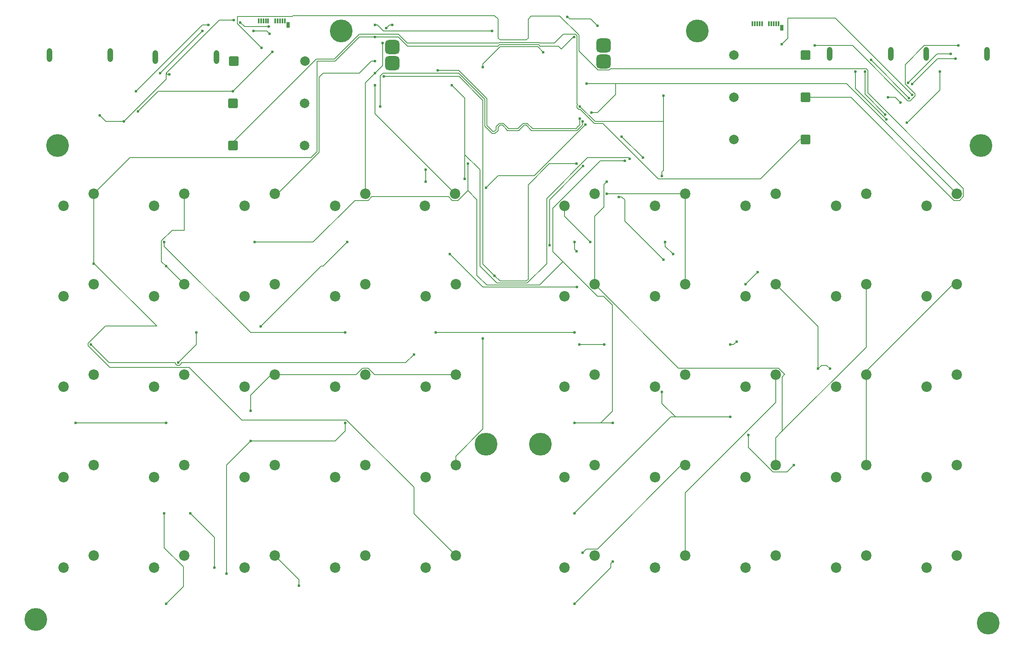
<source format=gbr>
%TF.GenerationSoftware,KiCad,Pcbnew,9.0.2*%
%TF.CreationDate,2025-10-08T19:34:12-05:00*%
%TF.ProjectId,keeb,6b656562-2e6b-4696-9361-645f70636258,rev?*%
%TF.SameCoordinates,Original*%
%TF.FileFunction,Copper,L2,Bot*%
%TF.FilePolarity,Positive*%
%FSLAX46Y46*%
G04 Gerber Fmt 4.6, Leading zero omitted, Abs format (unit mm)*
G04 Created by KiCad (PCBNEW 9.0.2) date 2025-10-08 19:34:12*
%MOMM*%
%LPD*%
G01*
G04 APERTURE LIST*
G04 Aperture macros list*
%AMRoundRect*
0 Rectangle with rounded corners*
0 $1 Rounding radius*
0 $2 $3 $4 $5 $6 $7 $8 $9 X,Y pos of 4 corners*
0 Add a 4 corners polygon primitive as box body*
4,1,4,$2,$3,$4,$5,$6,$7,$8,$9,$2,$3,0*
0 Add four circle primitives for the rounded corners*
1,1,$1+$1,$2,$3*
1,1,$1+$1,$4,$5*
1,1,$1+$1,$6,$7*
1,1,$1+$1,$8,$9*
0 Add four rect primitives between the rounded corners*
20,1,$1+$1,$2,$3,$4,$5,0*
20,1,$1+$1,$4,$5,$6,$7,0*
20,1,$1+$1,$6,$7,$8,$9,0*
20,1,$1+$1,$8,$9,$2,$3,0*%
G04 Aperture macros list end*
%TA.AperFunction,ComponentPad*%
%ADD10C,2.200000*%
%TD*%
%TA.AperFunction,ComponentPad*%
%ADD11C,4.800000*%
%TD*%
%TA.AperFunction,HeatsinkPad*%
%ADD12O,1.200000X2.900000*%
%TD*%
%TA.AperFunction,ComponentPad*%
%ADD13RoundRect,0.250000X0.750000X0.750000X-0.750000X0.750000X-0.750000X-0.750000X0.750000X-0.750000X0*%
%TD*%
%TA.AperFunction,ComponentPad*%
%ADD14C,2.000000*%
%TD*%
%TA.AperFunction,ComponentPad*%
%ADD15RoundRect,0.250000X-0.750000X-0.750000X0.750000X-0.750000X0.750000X0.750000X-0.750000X0.750000X0*%
%TD*%
%TA.AperFunction,ComponentPad*%
%ADD16RoundRect,0.750000X0.750000X0.750000X-0.750000X0.750000X-0.750000X-0.750000X0.750000X-0.750000X0*%
%TD*%
%TA.AperFunction,SMDPad,CuDef*%
%ADD17R,0.380000X1.000000*%
%TD*%
%TA.AperFunction,SMDPad,CuDef*%
%ADD18R,0.700000X1.150000*%
%TD*%
%TA.AperFunction,ViaPad*%
%ADD19C,0.600000*%
%TD*%
%TA.AperFunction,Conductor*%
%ADD20C,0.200000*%
%TD*%
G04 APERTURE END LIST*
D10*
%TO.P,SW43,1,1*%
%TO.N,col4*%
X232410000Y-86360000D03*
%TO.P,SW43,2,2*%
%TO.N,Net-(D43-A)*%
X226060000Y-88900000D03*
%TD*%
%TO.P,SW17,1,1*%
%TO.N,col1*%
X175260000Y-124460000D03*
%TO.P,SW17,2,2*%
%TO.N,Net-(D17-A)*%
X168910000Y-127000000D03*
%TD*%
%TO.P,SW28,1,1*%
%TO.N,col3*%
X88900000Y-124460000D03*
%TO.P,SW28,2,2*%
%TO.N,Net-(D28-A)*%
X82550000Y-127000000D03*
%TD*%
%TO.P,SW33,1,1*%
%TO.N,col3*%
X213360000Y-86360000D03*
%TO.P,SW33,2,2*%
%TO.N,Net-(D33-A)*%
X207010000Y-88900000D03*
%TD*%
%TO.P,SW46,1,1*%
%TO.N,col2*%
X127000000Y-105410000D03*
%TO.P,SW46,2,2*%
%TO.N,Net-(D46-A)*%
X120650000Y-107950000D03*
%TD*%
%TO.P,SW2,1,1*%
%TO.N,col0*%
X50800000Y-67310000D03*
%TO.P,SW2,2,2*%
%TO.N,Net-(D2-A)*%
X44450000Y-69850000D03*
%TD*%
%TO.P,SW36,1,1*%
%TO.N,col4*%
X107950000Y-105410000D03*
%TO.P,SW36,2,2*%
%TO.N,Net-(D36-A)*%
X101600000Y-107950000D03*
%TD*%
%TO.P,SW13,1,1*%
%TO.N,col1*%
X175260000Y-86360000D03*
%TO.P,SW13,2,2*%
%TO.N,Net-(D13-A)*%
X168910000Y-88900000D03*
%TD*%
D11*
%TO.P,H2,1*%
%TO.N,N/C*%
X102870000Y-33020000D03*
%TD*%
D12*
%TO.P,J2,5,Shield*%
%TO.N,unconnected-(J2-Shield-Pad5)*%
X54300000Y-38100000D03*
%TO.N,unconnected-(J2-Shield-Pad5)_1*%
X41500000Y-38100000D03*
%TD*%
D11*
%TO.P,H3,1*%
%TO.N,N/C*%
X237490000Y-57150000D03*
%TD*%
D13*
%TO.P,C3,1*%
%TO.N,downVbus0*%
X200540000Y-46990000D03*
D14*
%TO.P,C3,2*%
%TO.N,GND*%
X185540000Y-46990000D03*
%TD*%
D11*
%TO.P,H8,1*%
%TO.N,N/C*%
X38608000Y-156972000D03*
%TD*%
D10*
%TO.P,SW44,1,1*%
%TO.N,col4*%
X127000000Y-86360000D03*
%TO.P,SW44,2,2*%
%TO.N,Net-(D44-A)*%
X120650000Y-88900000D03*
%TD*%
%TO.P,SW47,1,1*%
%TO.N,col1*%
X232410000Y-124460000D03*
%TO.P,SW47,2,2*%
%TO.N,Net-(D47-A)*%
X226060000Y-127000000D03*
%TD*%
D11*
%TO.P,H1,1*%
%TO.N,N/C*%
X177800000Y-33020000D03*
%TD*%
D10*
%TO.P,SW18,1,1*%
%TO.N,col1*%
X69850000Y-124460000D03*
%TO.P,SW18,2,2*%
%TO.N,Net-(D18-A)*%
X63500000Y-127000000D03*
%TD*%
%TO.P,SW32,1,1*%
%TO.N,col3*%
X107950000Y-67310000D03*
%TO.P,SW32,2,2*%
%TO.N,Net-(D32-A)*%
X101600000Y-69850000D03*
%TD*%
D15*
%TO.P,C2,1*%
%TO.N,Net-(U4-VBUS_DET)*%
X80130000Y-48260000D03*
D14*
%TO.P,C2,2*%
%TO.N,GND*%
X95130000Y-48260000D03*
%TD*%
D10*
%TO.P,SW5,1,1*%
%TO.N,col0*%
X156210000Y-105410000D03*
%TO.P,SW5,2,2*%
%TO.N,Net-(D5-A)*%
X149860000Y-107950000D03*
%TD*%
%TO.P,SW26,1,1*%
%TO.N,col2*%
X88900000Y-105410000D03*
%TO.P,SW26,2,2*%
%TO.N,Net-(D26-A)*%
X82550000Y-107950000D03*
%TD*%
D11*
%TO.P,H7,1*%
%TO.N,N/C*%
X144780000Y-120015000D03*
%TD*%
D10*
%TO.P,SW37,1,1*%
%TO.N,col4*%
X213360000Y-124460000D03*
%TO.P,SW37,2,2*%
%TO.N,Net-(D37-A)*%
X207010000Y-127000000D03*
%TD*%
D16*
%TO.P,U1,15,BAT*%
%TO.N,/left/vbat*%
X158115000Y-39448500D03*
%TO.P,U1,16,GND*%
%TO.N,GND*%
X158115000Y-36048500D03*
%TD*%
D10*
%TO.P,SW50,1,1*%
%TO.N,col0*%
X127000000Y-143510000D03*
%TO.P,SW50,2,2*%
%TO.N,Net-(D50-A)*%
X120650000Y-146050000D03*
%TD*%
D11*
%TO.P,H5,1*%
%TO.N,N/C*%
X239014000Y-157734000D03*
%TD*%
D10*
%TO.P,SW20,1,1*%
%TO.N,col2*%
X69850000Y-143510000D03*
%TO.P,SW20,2,2*%
%TO.N,Net-(D20-A)*%
X63500000Y-146050000D03*
%TD*%
%TO.P,SW3,1,1*%
%TO.N,col3*%
X156210000Y-86360000D03*
%TO.P,SW3,2,2*%
%TO.N,Net-(D3-A)*%
X149860000Y-88900000D03*
%TD*%
D13*
%TO.P,C5,1*%
%TO.N,downVbus1*%
X200540000Y-55880000D03*
D14*
%TO.P,C5,2*%
%TO.N,GND*%
X185540000Y-55880000D03*
%TD*%
D10*
%TO.P,SW31,1,1*%
%TO.N,col3*%
X213360000Y-67310000D03*
%TO.P,SW31,2,2*%
%TO.N,Net-(D31-A)*%
X207010000Y-69850000D03*
%TD*%
%TO.P,SW11,1,1*%
%TO.N,col1*%
X175260000Y-67310000D03*
%TO.P,SW11,2,2*%
%TO.N,Net-(D11-A)*%
X168910000Y-69850000D03*
%TD*%
%TO.P,SW38,1,1*%
%TO.N,col4*%
X107950000Y-124460000D03*
%TO.P,SW38,2,2*%
%TO.N,Net-(D38-A)*%
X101600000Y-127000000D03*
%TD*%
D13*
%TO.P,C1,1*%
%TO.N,Net-(U3-VBUS_DET)*%
X200540000Y-38100000D03*
D14*
%TO.P,C1,2*%
%TO.N,GND*%
X185540000Y-38100000D03*
%TD*%
D10*
%TO.P,SW35,1,1*%
%TO.N,col4*%
X213360000Y-105410000D03*
%TO.P,SW35,2,2*%
%TO.N,Net-(D35-A)*%
X207010000Y-107950000D03*
%TD*%
D16*
%TO.P,U2,15,BAT*%
%TO.N,/right/vbat*%
X113610000Y-39770000D03*
%TO.P,U2,16,GND*%
%TO.N,GND*%
X113610000Y-36370000D03*
%TD*%
D10*
%TO.P,SW10,1,1*%
%TO.N,col0*%
X50800000Y-143510000D03*
%TO.P,SW10,2,2*%
%TO.N,Net-(D10-A)*%
X44450000Y-146050000D03*
%TD*%
%TO.P,SW4,1,1*%
%TO.N,col3*%
X50800000Y-86360000D03*
%TO.P,SW4,2,2*%
%TO.N,Net-(D4-A)*%
X44450000Y-88900000D03*
%TD*%
%TO.P,SW48,1,1*%
%TO.N,col1*%
X127000000Y-124460000D03*
%TO.P,SW48,2,2*%
%TO.N,Net-(D48-A)*%
X120650000Y-127000000D03*
%TD*%
D11*
%TO.P,H6,1*%
%TO.N,N/C*%
X133350000Y-120015000D03*
%TD*%
D10*
%TO.P,SW9,1,1*%
%TO.N,col0*%
X156210000Y-143510000D03*
%TO.P,SW9,2,2*%
%TO.N,Net-(D9-A)*%
X149860000Y-146050000D03*
%TD*%
%TO.P,SW29,1,1*%
%TO.N,col3*%
X194310000Y-143510000D03*
%TO.P,SW29,2,2*%
%TO.N,Net-(D29-A)*%
X187960000Y-146050000D03*
%TD*%
D15*
%TO.P,C4,1*%
%TO.N,downVbus0*%
X80250000Y-39370000D03*
D14*
%TO.P,C4,2*%
%TO.N,GND*%
X95250000Y-39370000D03*
%TD*%
D10*
%TO.P,SW27,1,1*%
%TO.N,col3*%
X194310000Y-124460000D03*
%TO.P,SW27,2,2*%
%TO.N,Net-(D27-A)*%
X187960000Y-127000000D03*
%TD*%
D17*
%TO.P,P2,B1,GND*%
%TO.N,GND*%
X91006000Y-30910000D03*
%TO.P,P2,B2*%
%TO.N,N/C*%
X90506000Y-30910000D03*
%TO.P,P2,B3*%
X90006000Y-30910000D03*
%TO.P,P2,B4,VBUS*%
%TO.N,Net-(U4-VBUS_DET)*%
X89506000Y-30910000D03*
%TO.P,P2,B5,VCONN*%
%TO.N,unconnected-(P2-VCONN-PadB5)*%
X89006000Y-30910000D03*
%TO.P,P2,B8*%
%TO.N,N/C*%
X87506000Y-30910000D03*
%TO.P,P2,B9,VBUS*%
%TO.N,Net-(U4-VBUS_DET)*%
X87006000Y-30910000D03*
%TO.P,P2,B10*%
%TO.N,N/C*%
X86506000Y-30910000D03*
%TO.P,P2,B11*%
X86006000Y-30910000D03*
%TO.P,P2,B12,GND*%
%TO.N,GND*%
X85506000Y-30910000D03*
D18*
%TO.P,P2,S1,SHIELD*%
%TO.N,unconnected-(P2-SHIELD-PadS1)*%
X91676000Y-31750000D03*
%TD*%
D10*
%TO.P,SW8,1,1*%
%TO.N,col0*%
X50800000Y-124460000D03*
%TO.P,SW8,2,2*%
%TO.N,Net-(D8-A)*%
X44450000Y-127000000D03*
%TD*%
%TO.P,SW39,1,1*%
%TO.N,col4*%
X213360000Y-143510000D03*
%TO.P,SW39,2,2*%
%TO.N,Net-(D39-A)*%
X207010000Y-146050000D03*
%TD*%
%TO.P,SW24,1,1*%
%TO.N,col2*%
X88900000Y-86360000D03*
%TO.P,SW24,2,2*%
%TO.N,Net-(D24-A)*%
X82550000Y-88900000D03*
%TD*%
D12*
%TO.P,J3,5,Shield*%
%TO.N,unconnected-(J3-Shield-Pad5)*%
X218490000Y-37840000D03*
%TO.N,unconnected-(J3-Shield-Pad5)_1*%
X205690000Y-37840000D03*
%TD*%
D10*
%TO.P,SW30,1,1*%
%TO.N,col3*%
X88900000Y-143510000D03*
%TO.P,SW30,2,2*%
%TO.N,Net-(D30-A)*%
X82550000Y-146050000D03*
%TD*%
%TO.P,SW34,1,1*%
%TO.N,col3*%
X107950000Y-86360000D03*
%TO.P,SW34,2,2*%
%TO.N,Net-(D34-A)*%
X101600000Y-88900000D03*
%TD*%
%TO.P,SW49,1,1*%
%TO.N,col0*%
X232410000Y-143510000D03*
%TO.P,SW49,2,2*%
%TO.N,Net-(D49-A)*%
X226060000Y-146050000D03*
%TD*%
%TO.P,SW40,1,1*%
%TO.N,col4*%
X107950000Y-143510000D03*
%TO.P,SW40,2,2*%
%TO.N,Net-(D40-A)*%
X101600000Y-146050000D03*
%TD*%
%TO.P,SW21,1,1*%
%TO.N,col2*%
X194310000Y-67310000D03*
%TO.P,SW21,2,2*%
%TO.N,Net-(D21-A)*%
X187960000Y-69850000D03*
%TD*%
D11*
%TO.P,H4,1*%
%TO.N,N/C*%
X43180000Y-57150000D03*
%TD*%
D10*
%TO.P,SW19,1,1*%
%TO.N,col2*%
X175260000Y-143510000D03*
%TO.P,SW19,2,2*%
%TO.N,Net-(D19-A)*%
X168910000Y-146050000D03*
%TD*%
D12*
%TO.P,J1,5,Shield*%
%TO.N,unconnected-(J1-Shield-Pad5)_1*%
X238760000Y-37840000D03*
%TO.N,unconnected-(J1-Shield-Pad5)*%
X225960000Y-37840000D03*
%TD*%
D10*
%TO.P,SW41,1,1*%
%TO.N,col4*%
X232410000Y-67310000D03*
%TO.P,SW41,2,2*%
%TO.N,Net-(D41-A)*%
X226060000Y-69850000D03*
%TD*%
%TO.P,SW42,1,1*%
%TO.N,col4*%
X126850000Y-67310000D03*
%TO.P,SW42,2,2*%
%TO.N,Net-(D42-A)*%
X120500000Y-69850000D03*
%TD*%
%TO.P,SW7,1,1*%
%TO.N,col0*%
X156210000Y-124460000D03*
%TO.P,SW7,2,2*%
%TO.N,Net-(D7-A)*%
X149860000Y-127000000D03*
%TD*%
%TO.P,SW22,1,1*%
%TO.N,col2*%
X88900000Y-67310000D03*
%TO.P,SW22,2,2*%
%TO.N,Net-(D22-A)*%
X82550000Y-69850000D03*
%TD*%
D15*
%TO.P,C6,1*%
%TO.N,downVbus1*%
X80130000Y-57150000D03*
D14*
%TO.P,C6,2*%
%TO.N,GND*%
X95130000Y-57150000D03*
%TD*%
D10*
%TO.P,SW12,1,1*%
%TO.N,col1*%
X69850000Y-67310000D03*
%TO.P,SW12,2,2*%
%TO.N,Net-(D12-A)*%
X63500000Y-69850000D03*
%TD*%
D12*
%TO.P,J4,5,Shield*%
%TO.N,unconnected-(J4-Shield-Pad5)_1*%
X76600000Y-38475000D03*
%TO.N,unconnected-(J4-Shield-Pad5)*%
X63800000Y-38475000D03*
%TD*%
D10*
%TO.P,SW14,1,1*%
%TO.N,col1*%
X69850000Y-86360000D03*
%TO.P,SW14,2,2*%
%TO.N,Net-(D14-A)*%
X63500000Y-88900000D03*
%TD*%
D17*
%TO.P,P1,B1,GND*%
%TO.N,GND*%
X194910000Y-31496000D03*
%TO.P,P1,B2*%
%TO.N,N/C*%
X194410000Y-31496000D03*
%TO.P,P1,B3*%
X193910000Y-31496000D03*
%TO.P,P1,B4,VBUS*%
%TO.N,Net-(U3-VBUS_DET)*%
X193410000Y-31496000D03*
%TO.P,P1,B5,VCONN*%
%TO.N,unconnected-(P1-VCONN-PadB5)*%
X192910000Y-31496000D03*
%TO.P,P1,B8*%
%TO.N,N/C*%
X191410000Y-31496000D03*
%TO.P,P1,B9,VBUS*%
%TO.N,Net-(U3-VBUS_DET)*%
X190910000Y-31496000D03*
%TO.P,P1,B10*%
%TO.N,N/C*%
X190410000Y-31496000D03*
%TO.P,P1,B11*%
X189910000Y-31496000D03*
%TO.P,P1,B12,GND*%
%TO.N,GND*%
X189410000Y-31496000D03*
D18*
%TO.P,P1,S1,SHIELD*%
%TO.N,unconnected-(P1-SHIELD-PadS1)_1*%
X195580000Y-32336000D03*
%TD*%
D10*
%TO.P,SW23,1,1*%
%TO.N,col2*%
X194310000Y-86360000D03*
%TO.P,SW23,2,2*%
%TO.N,Net-(D23-A)*%
X187960000Y-88900000D03*
%TD*%
%TO.P,SW16,1,1*%
%TO.N,col1*%
X69850000Y-105410000D03*
%TO.P,SW16,2,2*%
%TO.N,Net-(D16-A)*%
X63500000Y-107950000D03*
%TD*%
%TO.P,SW6,1,1*%
%TO.N,col0*%
X50800000Y-105410000D03*
%TO.P,SW6,2,2*%
%TO.N,Net-(D6-A)*%
X44450000Y-107950000D03*
%TD*%
%TO.P,SW15,1,1*%
%TO.N,col1*%
X175260000Y-105410000D03*
%TO.P,SW15,2,2*%
%TO.N,Net-(D15-A)*%
X168910000Y-107950000D03*
%TD*%
%TO.P,SW1,1,1*%
%TO.N,col0*%
X156210000Y-67310000D03*
%TO.P,SW1,2,2*%
%TO.N,Net-(D1-A)*%
X149860000Y-69850000D03*
%TD*%
%TO.P,SW45,1,1*%
%TO.N,col2*%
X232410000Y-105410000D03*
%TO.P,SW45,2,2*%
%TO.N,Net-(D45-A)*%
X226060000Y-107950000D03*
%TD*%
%TO.P,SW25,1,1*%
%TO.N,col2*%
X194310000Y-105410000D03*
%TO.P,SW25,2,2*%
%TO.N,Net-(D25-A)*%
X187960000Y-107950000D03*
%TD*%
D19*
%TO.N,col0*%
X50800000Y-82042000D03*
%TO.N,GND*%
X66700000Y-42175000D03*
X145415000Y-37465000D03*
X132715000Y-40640000D03*
X221945200Y-52324000D03*
X80264000Y-30734000D03*
X57150000Y-52070000D03*
X52070000Y-50800000D03*
X228860000Y-41540000D03*
%TO.N,Net-(U3-VBUS_DET)*%
X202551000Y-36089000D03*
X232794849Y-36089551D03*
%TO.N,Net-(U4-VBUS_DET)*%
X60149529Y-49919000D03*
X80130000Y-45720000D03*
X88400000Y-37450000D03*
%TO.N,downVbus0*%
X86092500Y-36562500D03*
X217932000Y-46990000D03*
X220552000Y-48086000D03*
%TO.N,Net-(D1-A)*%
X155320000Y-77470000D03*
%TO.N,row0*%
X65660000Y-134620000D03*
X152400000Y-79375000D03*
X66040000Y-153670000D03*
X125730000Y-80010000D03*
X161870000Y-55245000D03*
X166370000Y-59690000D03*
X152020000Y-77470000D03*
X152474908Y-86920092D03*
%TO.N,row4*%
X153035000Y-99060000D03*
X122810000Y-96520000D03*
X111125000Y-48895000D03*
X152020000Y-96520000D03*
X50200000Y-99060000D03*
X170707528Y-81172528D03*
X161270000Y-67945000D03*
X158211000Y-99060000D03*
X153704000Y-52070000D03*
X118179000Y-101151000D03*
%TO.N,row1*%
X76200000Y-146069686D03*
X68580000Y-102870000D03*
X72390000Y-96520000D03*
X71120000Y-134620000D03*
X129540000Y-60960000D03*
X160020000Y-115570000D03*
X152020000Y-115570000D03*
X66040000Y-115570000D03*
X46990000Y-115570000D03*
X84710000Y-77470000D03*
X162580000Y-60360000D03*
%TO.N,row2*%
X128905000Y-64135000D03*
X188595000Y-118110000D03*
X152020000Y-134620000D03*
X184785000Y-99060000D03*
X104140000Y-77470000D03*
X186089000Y-98425000D03*
X184785000Y-114300000D03*
X187960000Y-86360000D03*
X126165000Y-44450000D03*
X170369000Y-109031000D03*
X198120000Y-124460000D03*
X163560000Y-59930000D03*
X85911500Y-95270030D03*
X190500000Y-83820000D03*
%TO.N,row3*%
X103760000Y-115570000D03*
X171070000Y-77470000D03*
X153095000Y-48895000D03*
X170670000Y-46668500D03*
X160020000Y-144780000D03*
X65660000Y-77470000D03*
X83820000Y-119380000D03*
X152020000Y-153670000D03*
X123190000Y-41275000D03*
X120650000Y-64770000D03*
X103760000Y-96520000D03*
X170380000Y-63570000D03*
X120650000Y-62230000D03*
X153095000Y-51435000D03*
X78740000Y-147320000D03*
X172720000Y-80010000D03*
%TO.N,Net-(J1-D+)*%
X222196000Y-43941000D03*
X231140000Y-37846000D03*
%TO.N,Net-(J1-D-)*%
X223012000Y-44196000D03*
X232156000Y-38862000D03*
%TO.N,Net-(J3-D+)*%
X211090000Y-41540000D03*
X217594265Y-51645735D03*
%TO.N,Net-(J3-D-)*%
X217383530Y-50586470D03*
X213090000Y-41540000D03*
%TO.N,Net-(P1-D-)*%
X223008265Y-46478265D03*
X195580000Y-35814000D03*
%TO.N,Net-(P1-D+)*%
X214376000Y-39116000D03*
X222373265Y-47113265D03*
%TO.N,Net-(P2-D-)*%
X87800000Y-33603472D03*
X84449100Y-33020000D03*
X64770000Y-41910000D03*
X73660000Y-33020000D03*
%TO.N,Net-(P2-D+)*%
X87606000Y-32094372D03*
X59690000Y-45720000D03*
X81626000Y-31198735D03*
X74930000Y-31750000D03*
%TO.N,col0*%
X151892000Y-34290000D03*
X110000000Y-34290000D03*
%TO.N,col3*%
X113665000Y-31750000D03*
X112336531Y-32420000D03*
X93980000Y-149860000D03*
X150495000Y-30010000D03*
X110000000Y-41910000D03*
X111610204Y-35555711D03*
X158750000Y-64770000D03*
X156845000Y-31915003D03*
%TO.N,col1*%
X158750000Y-67310000D03*
X132715000Y-97790000D03*
X153670000Y-142910000D03*
X152400000Y-60960000D03*
X66040000Y-82550000D03*
X111865973Y-42568601D03*
X135147529Y-84562471D03*
%TO.N,col2*%
X153777472Y-61487528D03*
X203200000Y-104140000D03*
X110000000Y-39370000D03*
X205740000Y-104140000D03*
X146720000Y-78105000D03*
X83820000Y-113030000D03*
%TO.N,col4*%
X133350000Y-66040000D03*
X154305000Y-52705000D03*
X154505000Y-44128500D03*
X110000000Y-44450000D03*
X155575000Y-50165000D03*
%TO.N,data0*%
X134620000Y-33020000D03*
X110000000Y-31750000D03*
%TD*%
D20*
%TO.N,GND*%
X132715000Y-39930058D02*
X132715000Y-40640000D01*
X77216000Y-30734000D02*
X80264000Y-30734000D01*
X52070000Y-50800000D02*
X53340000Y-52070000D01*
X66040000Y-43180000D02*
X66040000Y-41910000D01*
X66700000Y-42175000D02*
X66305000Y-42175000D01*
X136356058Y-36289000D02*
X132715000Y-39930058D01*
X53340000Y-52070000D02*
X57150000Y-52070000D01*
X144239000Y-36289000D02*
X136356058Y-36289000D01*
X228860000Y-41540000D02*
X228860000Y-45460000D01*
X145415000Y-37465000D02*
X144239000Y-36289000D01*
X66305000Y-42175000D02*
X66040000Y-41910000D01*
X66040000Y-41910000D02*
X77216000Y-30734000D01*
X57150000Y-52070000D02*
X66040000Y-43180000D01*
X228860000Y-45460000D02*
X222250000Y-52070000D01*
%TO.N,Net-(U3-VBUS_DET)*%
X221595000Y-44215057D02*
X221595000Y-40080794D01*
X225586243Y-36089551D02*
X232794849Y-36089551D01*
X222124322Y-47714265D02*
X222622208Y-47714265D01*
X223609265Y-46229322D02*
X221595000Y-44215057D01*
X222622208Y-47714265D02*
X223609265Y-46727208D01*
X202551000Y-36089000D02*
X210499057Y-36089000D01*
X223609265Y-46727208D02*
X223609265Y-46229322D01*
X221595000Y-40080794D02*
X225586243Y-36089551D01*
X210499057Y-36089000D02*
X222124322Y-47714265D01*
%TO.N,Net-(U4-VBUS_DET)*%
X64348529Y-45720000D02*
X60149529Y-49919000D01*
X80130000Y-45720000D02*
X88400000Y-37450000D01*
X80130000Y-45720000D02*
X64348529Y-45720000D01*
%TO.N,downVbus0*%
X81026000Y-29972000D02*
X81026000Y-31496000D01*
X233811000Y-66163997D02*
X213691000Y-46043997D01*
X135890000Y-34504942D02*
X135890000Y-30480000D01*
X156929660Y-41249500D02*
X152894000Y-37213840D01*
X142206000Y-34538942D02*
X141853942Y-34891000D01*
X217932000Y-46990000D02*
X219456000Y-46990000D01*
X200540000Y-46990000D02*
X210108686Y-46990000D01*
X233811000Y-67890314D02*
X233811000Y-66163997D01*
X231829686Y-68711000D02*
X232990314Y-68711000D01*
X81026000Y-31496000D02*
X86092500Y-36562500D01*
X213691000Y-41291057D02*
X213338943Y-40939000D01*
X136276058Y-34891000D02*
X135890000Y-34504942D01*
X232990314Y-68711000D02*
X233811000Y-67890314D01*
X152894000Y-37213840D02*
X152894000Y-33874957D01*
X92583000Y-29972000D02*
X81026000Y-29972000D01*
X210108686Y-46990000D02*
X231829686Y-68711000D01*
X213338943Y-40939000D02*
X159610840Y-40939000D01*
X219456000Y-46990000D02*
X220552000Y-48086000D01*
X135255000Y-29845000D02*
X135255000Y-29811000D01*
X142875000Y-29845000D02*
X142206000Y-30514000D01*
X92744000Y-29811000D02*
X92583000Y-29972000D01*
X159300340Y-41249500D02*
X156929660Y-41249500D01*
X135255000Y-29811000D02*
X92744000Y-29811000D01*
X159610840Y-40939000D02*
X159300340Y-41249500D01*
X135890000Y-30480000D02*
X135255000Y-29845000D01*
X142206000Y-30514000D02*
X142206000Y-34538942D01*
X148864043Y-29845000D02*
X142875000Y-29845000D01*
X213691000Y-46043997D02*
X213691000Y-41291057D01*
X152894000Y-33874957D02*
X148864043Y-29845000D01*
X141853942Y-34891000D02*
X136276058Y-34891000D01*
%TO.N,downVbus1*%
X169581000Y-64171000D02*
X157881000Y-52471000D01*
X144644200Y-35560000D02*
X144571200Y-35487000D01*
X80130000Y-56462900D02*
X80130000Y-57150000D01*
X200540000Y-55880000D02*
X199390000Y-55880000D01*
X116772100Y-35560000D02*
X114901100Y-33689000D01*
X97623900Y-38969000D02*
X80130000Y-56462900D01*
X156103900Y-52471000D02*
X153128900Y-49496000D01*
X152493000Y-34041057D02*
X152140943Y-33689000D01*
X147720100Y-35560000D02*
X144644200Y-35560000D01*
X157881000Y-52471000D02*
X156103900Y-52471000D01*
X152846057Y-49496000D02*
X152494000Y-49143943D01*
X152140943Y-33689000D02*
X149591100Y-33689000D01*
X199390000Y-55880000D02*
X191099000Y-64171000D01*
X101433900Y-38969000D02*
X97623900Y-38969000D01*
X191099000Y-64171000D02*
X169581000Y-64171000D01*
X152494000Y-48646057D02*
X152640028Y-48500028D01*
X152494000Y-49143943D02*
X152494000Y-48646057D01*
X135950858Y-35560000D02*
X116772100Y-35560000D01*
X106713900Y-33689000D02*
X101433900Y-38969000D01*
X114901100Y-33689000D02*
X106713900Y-33689000D01*
X149591100Y-33689000D02*
X147720100Y-35560000D01*
X136023858Y-35487000D02*
X135950858Y-35560000D01*
X152640028Y-48500028D02*
X152493000Y-48353000D01*
X152493000Y-48353000D02*
X152493000Y-34041057D01*
X153128900Y-49496000D02*
X152846057Y-49496000D01*
X144571200Y-35487000D02*
X136023858Y-35487000D01*
%TO.N,Net-(D1-A)*%
X149860000Y-72010000D02*
X149860000Y-69850000D01*
X155320000Y-77470000D02*
X149860000Y-72010000D01*
%TO.N,row0*%
X66040000Y-153670000D02*
X69661000Y-150049000D01*
X161925000Y-55245000D02*
X161870000Y-55245000D01*
X152020000Y-77470000D02*
X152020000Y-78995000D01*
X132640092Y-86920092D02*
X125730000Y-80010000D01*
X152474908Y-86920092D02*
X132640092Y-86920092D01*
X69661000Y-150049000D02*
X69661000Y-145861000D01*
X69661000Y-145861000D02*
X65660000Y-141860000D01*
X65660000Y-141860000D02*
X65660000Y-134620000D01*
X166370000Y-59690000D02*
X161925000Y-55245000D01*
X152020000Y-78995000D02*
X152400000Y-79375000D01*
%TO.N,row4*%
X67979000Y-102870000D02*
X54010000Y-102870000D01*
X161925000Y-67945000D02*
X162560000Y-68580000D01*
X140335000Y-53880058D02*
X140335000Y-53975000D01*
X133116000Y-52070000D02*
X133116000Y-47391000D01*
X140335000Y-53975000D02*
X137795000Y-53975000D01*
X111125000Y-42459631D02*
X111125000Y-48895000D01*
X68331057Y-103471000D02*
X67979000Y-103118943D01*
X142875000Y-53975000D02*
X142875000Y-53880058D01*
X153704000Y-52738900D02*
X153386450Y-53056450D01*
X162560000Y-68580000D02*
X162560000Y-73025000D01*
X123825000Y-41910000D02*
X111674631Y-41910000D01*
X54010000Y-102870000D02*
X50200000Y-99060000D01*
X152467900Y-53975000D02*
X142875000Y-53975000D01*
X127635000Y-41910000D02*
X123825000Y-41910000D01*
X135890000Y-53975000D02*
X135255000Y-54610000D01*
X141356058Y-52859000D02*
X140335000Y-53880058D01*
X161270000Y-67945000D02*
X161925000Y-67945000D01*
X153704000Y-52070000D02*
X153704000Y-52738900D01*
X162560000Y-73025000D02*
X170707528Y-81172528D01*
X142875000Y-53880058D02*
X141853942Y-52859000D01*
X67979000Y-103118943D02*
X67979000Y-102870000D01*
X134620000Y-54610000D02*
X133116000Y-53106000D01*
X152020000Y-96520000D02*
X122810000Y-96520000D01*
X135890000Y-53325058D02*
X135890000Y-53975000D01*
X158211000Y-99060000D02*
X153035000Y-99060000D01*
X153386450Y-53056450D02*
X152467900Y-53975000D01*
X69181000Y-103118943D02*
X68828943Y-103471000D01*
X68828943Y-103471000D02*
X68331057Y-103471000D01*
X111674631Y-41910000D02*
X111125000Y-42459631D01*
X135255000Y-54610000D02*
X134620000Y-54610000D01*
X118179000Y-101151000D02*
X116460000Y-102870000D01*
X69181000Y-102870000D02*
X69181000Y-103118943D01*
X133116000Y-53106000D02*
X133116000Y-52070000D01*
X133116000Y-47391000D02*
X132715000Y-46990000D01*
X141853942Y-52859000D02*
X141356058Y-52859000D01*
X116460000Y-102870000D02*
X69181000Y-102870000D01*
X132715000Y-46990000D02*
X127635000Y-41910000D01*
X137795000Y-53975000D02*
X137795000Y-53800058D01*
X136356058Y-52859000D02*
X135890000Y-53325058D01*
X136853942Y-52859000D02*
X136356058Y-52859000D01*
X137795000Y-53800058D02*
X136853942Y-52859000D01*
%TO.N,row1*%
X105728314Y-68711000D02*
X108530314Y-68711000D01*
X158115000Y-88900000D02*
X156768686Y-88900000D01*
X144620908Y-86519092D02*
X133509092Y-86519092D01*
X129540000Y-66601314D02*
X129503157Y-66638157D01*
X127430314Y-68711000D02*
X129503157Y-66638157D01*
X149504343Y-81635657D02*
X144620908Y-86519092D01*
X84710000Y-77470000D02*
X96969314Y-77470000D01*
X108530314Y-68711000D02*
X109351000Y-67890314D01*
X76200000Y-139700000D02*
X71120000Y-134620000D01*
X160020000Y-115570000D02*
X157480000Y-115570000D01*
X129540000Y-60960000D02*
X129540000Y-66601314D01*
X131445000Y-68580000D02*
X129503157Y-66638157D01*
X131445000Y-84455000D02*
X131445000Y-68580000D01*
X126269686Y-68711000D02*
X127430314Y-68711000D01*
X157368686Y-60360000D02*
X162580000Y-60360000D01*
X76200000Y-146069686D02*
X76200000Y-139700000D01*
X156768686Y-88900000D02*
X149504343Y-81635657D01*
X147389000Y-79520314D02*
X147389000Y-70339686D01*
X159951000Y-113099000D02*
X159951000Y-90736000D01*
X125449000Y-67890314D02*
X126269686Y-68711000D01*
X147389000Y-70339686D02*
X157368686Y-60360000D01*
X149504343Y-81635657D02*
X147389000Y-79520314D01*
X96969314Y-77470000D02*
X105728314Y-68711000D01*
X66040000Y-115570000D02*
X46990000Y-115570000D01*
X109351000Y-67890314D02*
X125449000Y-67890314D01*
X68580000Y-102870000D02*
X72390000Y-99060000D01*
X72390000Y-99060000D02*
X72390000Y-96520000D01*
X157480000Y-115570000D02*
X152020000Y-115570000D01*
X133509092Y-86519092D02*
X131445000Y-84455000D01*
X157480000Y-115570000D02*
X159951000Y-113099000D01*
X159951000Y-90736000D02*
X158115000Y-88900000D01*
%TO.N,row2*%
X184785000Y-99060000D02*
X185454000Y-99060000D01*
X172234816Y-114300000D02*
X151914816Y-134620000D01*
X184785000Y-114300000D02*
X173355000Y-114300000D01*
X142020042Y-86092000D02*
X146119000Y-81993042D01*
X188595000Y-120726314D02*
X188595000Y-118110000D01*
X187960000Y-86360000D02*
X190500000Y-83820000D01*
X193729686Y-125861000D02*
X188595000Y-120726314D01*
X128905000Y-59055000D02*
X132080000Y-62230000D01*
X146119000Y-81993042D02*
X146119000Y-68296057D01*
X146119000Y-68296057D02*
X154725057Y-59690000D01*
X154725057Y-59690000D02*
X163320000Y-59690000D01*
X132080000Y-82550000D02*
X135622000Y-86092000D01*
X99060000Y-82550000D02*
X104140000Y-77470000D01*
X163320000Y-59690000D02*
X163560000Y-59930000D01*
X128905000Y-47190000D02*
X126165000Y-44450000D01*
X170369000Y-111463816D02*
X173205184Y-114300000D01*
X173355000Y-114300000D02*
X172234816Y-114300000D01*
X128905000Y-59055000D02*
X128905000Y-47190000D01*
X196719000Y-125861000D02*
X193729686Y-125861000D01*
X128905000Y-64135000D02*
X128905000Y-59055000D01*
X173205184Y-114300000D02*
X173355000Y-114300000D01*
X185454000Y-99060000D02*
X186089000Y-98425000D01*
X132080000Y-62230000D02*
X132080000Y-82550000D01*
X98631530Y-82550000D02*
X99060000Y-82550000D01*
X135622000Y-86092000D02*
X142020042Y-86092000D01*
X151914816Y-134620000D02*
X151765000Y-134620000D01*
X85911500Y-95270030D02*
X98631530Y-82550000D01*
X198120000Y-124460000D02*
X196719000Y-125861000D01*
X170369000Y-109031000D02*
X170369000Y-111463816D01*
%TO.N,row3*%
X152301800Y-53574000D02*
X143136042Y-53574000D01*
X135489000Y-53158958D02*
X135489000Y-53808900D01*
X133517000Y-47625000D02*
X133517000Y-47224900D01*
X153095000Y-51435000D02*
X153095000Y-52780800D01*
X120650000Y-64770000D02*
X120650000Y-62230000D01*
X142020042Y-52458000D02*
X141189958Y-52458000D01*
X170670000Y-52070000D02*
X170670000Y-46668500D01*
X137020042Y-52458000D02*
X136189958Y-52458000D01*
X103760000Y-117220000D02*
X101600000Y-119380000D01*
X133517000Y-52939900D02*
X133517000Y-47625000D01*
X171070000Y-78360000D02*
X171070000Y-77470000D01*
X152020000Y-153621530D02*
X152020000Y-153670000D01*
X139700000Y-53574000D02*
X138136042Y-53574000D01*
X138136042Y-53574000D02*
X137020042Y-52458000D01*
X159591530Y-146050000D02*
X152020000Y-153621530D01*
X170380000Y-62670000D02*
X170670000Y-62380000D01*
X78740000Y-124460000D02*
X83820000Y-119380000D01*
X172720000Y-80010000D02*
X171070000Y-78360000D01*
X78740000Y-147320000D02*
X78740000Y-124460000D01*
X170670000Y-62380000D02*
X170670000Y-52070000D01*
X170380000Y-63570000D02*
X170380000Y-62670000D01*
X153095000Y-52780800D02*
X152785400Y-53090400D01*
X103760000Y-96520000D02*
X83820000Y-96520000D01*
X135489000Y-53808900D02*
X135088900Y-54209000D01*
X152785400Y-53090400D02*
X152301800Y-53574000D01*
X127567100Y-41275000D02*
X123190000Y-41275000D01*
X133517000Y-47224900D02*
X127567100Y-41275000D01*
X156270000Y-52070000D02*
X153095000Y-48895000D01*
X103760000Y-115570000D02*
X103760000Y-117220000D01*
X143136042Y-53574000D02*
X142020042Y-52458000D01*
X136189958Y-52458000D02*
X135489000Y-53158958D01*
X170670000Y-52070000D02*
X156270000Y-52070000D01*
X134786100Y-54209000D02*
X133517000Y-52939900D01*
X140073958Y-53574000D02*
X139700000Y-53574000D01*
X160020000Y-144780000D02*
X159591530Y-145208470D01*
X141189958Y-52458000D02*
X140955058Y-52692900D01*
X135088900Y-54209000D02*
X134786100Y-54209000D01*
X159591530Y-145208470D02*
X159591530Y-146050000D01*
X101600000Y-119380000D02*
X83820000Y-119380000D01*
X83820000Y-96520000D02*
X65660000Y-78360000D01*
X65660000Y-78360000D02*
X65660000Y-77470000D01*
X140955058Y-52692900D02*
X140073958Y-53574000D01*
%TO.N,Net-(J1-D+)*%
X222196000Y-43941000D02*
X228291000Y-37846000D01*
X228291000Y-37846000D02*
X231140000Y-37846000D01*
%TO.N,Net-(J1-D-)*%
X223012000Y-44196000D02*
X228346000Y-38862000D01*
X228346000Y-38862000D02*
X232156000Y-38862000D01*
%TO.N,Net-(J3-D+)*%
X211090000Y-45141470D02*
X217594265Y-51645735D01*
X211090000Y-41540000D02*
X211090000Y-45141470D01*
%TO.N,Net-(J3-D-)*%
X213090000Y-46292940D02*
X217383530Y-50586470D01*
X213090000Y-41540000D02*
X213090000Y-46292940D01*
%TO.N,Net-(P1-D-)*%
X196850000Y-34544000D02*
X196850000Y-30326000D01*
X196850000Y-30326000D02*
X206856000Y-30326000D01*
X206856000Y-30326000D02*
X223008265Y-46478265D01*
X195580000Y-35814000D02*
X196850000Y-34544000D01*
%TO.N,Net-(P1-D+)*%
X214376000Y-39116000D02*
X222373265Y-47113265D01*
%TO.N,Net-(P2-D-)*%
X87216528Y-33020000D02*
X84449100Y-33020000D01*
X87800000Y-33603472D02*
X87216528Y-33020000D01*
X64770000Y-41910000D02*
X73660000Y-33020000D01*
%TO.N,Net-(P2-D+)*%
X73660000Y-31750000D02*
X74930000Y-31750000D01*
X82521637Y-32094372D02*
X81626000Y-31198735D01*
X59690000Y-45720000D02*
X73660000Y-31750000D01*
X87606000Y-32094372D02*
X82521637Y-32094372D01*
%TO.N,col0*%
X151765000Y-34290000D02*
X149225000Y-36830000D01*
X116840000Y-36195000D02*
X114935000Y-34290000D01*
X49599000Y-99308943D02*
X54162057Y-103872000D01*
X97790000Y-58420000D02*
X96520000Y-59690000D01*
X136189958Y-35888000D02*
X135882958Y-36195000D01*
X50800000Y-67310000D02*
X50800000Y-81915000D01*
X144712100Y-36195000D02*
X144405100Y-35888000D01*
X97790000Y-39370000D02*
X97790000Y-58420000D01*
X118179000Y-134689000D02*
X127000000Y-143510000D01*
X101600000Y-39370000D02*
X97790000Y-39370000D01*
X64058686Y-95173686D02*
X53236371Y-95173686D01*
X49599000Y-98811057D02*
X49599000Y-99308943D01*
X135882958Y-36195000D02*
X116840000Y-36195000D01*
X58420000Y-59690000D02*
X50800000Y-67310000D01*
X53236371Y-95173686D02*
X49599000Y-98811057D01*
X81949000Y-114969000D02*
X104008943Y-114969000D01*
X144405100Y-35888000D02*
X136189958Y-35888000D01*
X151892000Y-34290000D02*
X151765000Y-34290000D01*
X70852000Y-103872000D02*
X81949000Y-114969000D01*
X110000000Y-34290000D02*
X106680000Y-34290000D01*
X148590000Y-36195000D02*
X144712100Y-36195000D01*
X50800000Y-81915000D02*
X64058686Y-95173686D01*
X96520000Y-59690000D02*
X58420000Y-59690000D01*
X149225000Y-36830000D02*
X148590000Y-36195000D01*
X104008943Y-114969000D02*
X118179000Y-129139057D01*
X118179000Y-129139057D02*
X118179000Y-134689000D01*
X54162057Y-103872000D02*
X70852000Y-103872000D01*
X114935000Y-34290000D02*
X110000000Y-34290000D01*
X106680000Y-34290000D02*
X101600000Y-39370000D01*
%TO.N,col3*%
X150965000Y-30480000D02*
X150495000Y-30010000D01*
X156845000Y-31915003D02*
X155409997Y-30480000D01*
X194310000Y-124460000D02*
X194310000Y-118668686D01*
X156210000Y-86360000D02*
X173859000Y-104009000D01*
X158750000Y-64770000D02*
X158149000Y-65371000D01*
X93980000Y-148590000D02*
X88900000Y-143510000D01*
X156210000Y-72029530D02*
X156210000Y-86360000D01*
X113006531Y-31750000D02*
X112336531Y-32420000D01*
X196215000Y-105333686D02*
X195649000Y-105899686D01*
X155409997Y-30480000D02*
X153670000Y-30480000D01*
X110000000Y-41910000D02*
X107950000Y-43960000D01*
X195649000Y-105899686D02*
X195649000Y-117329686D01*
X194890314Y-104009000D02*
X196215000Y-105333686D01*
X213360000Y-99618686D02*
X213360000Y-86360000D01*
X93980000Y-149860000D02*
X93980000Y-148590000D01*
X107950000Y-43960000D02*
X107950000Y-67310000D01*
X158149000Y-70090530D02*
X156210000Y-72029530D01*
X113665000Y-31750000D02*
X113006531Y-31750000D01*
X194310000Y-118668686D02*
X195541843Y-117436843D01*
X195649000Y-117329686D02*
X195541843Y-117436843D01*
X195541843Y-117436843D02*
X213360000Y-99618686D01*
X111610204Y-40299796D02*
X110000000Y-41910000D01*
X173859000Y-104009000D02*
X194890314Y-104009000D01*
X111610204Y-35555711D02*
X111610204Y-40299796D01*
X153670000Y-30480000D02*
X150965000Y-30480000D01*
X158149000Y-65371000D02*
X158149000Y-70090530D01*
%TO.N,col1*%
X132715000Y-82129942D02*
X135147529Y-84562471D01*
X66040000Y-82550000D02*
X69850000Y-86360000D01*
X175260000Y-67310000D02*
X175260000Y-86360000D01*
X69850000Y-74998000D02*
X67282057Y-74998000D01*
X127000000Y-124460000D02*
X127000000Y-122545209D01*
X69850000Y-67310000D02*
X69850000Y-74998000D01*
X142240000Y-65405000D02*
X146685000Y-60960000D01*
X65059000Y-77221057D02*
X65059000Y-81569000D01*
X175260000Y-124460000D02*
X174418470Y-124460000D01*
X154471000Y-142109000D02*
X153670000Y-142910000D01*
X65059000Y-81569000D02*
X66040000Y-82550000D01*
X142240000Y-85304942D02*
X142240000Y-65405000D01*
X156769470Y-142109000D02*
X154471000Y-142109000D01*
X132715000Y-47625000D02*
X132715000Y-81915000D01*
X136276058Y-85691000D02*
X141853942Y-85691000D01*
X146685000Y-60960000D02*
X152400000Y-60960000D01*
X127658601Y-42568601D02*
X132715000Y-47625000D01*
X127000000Y-122545209D02*
X132715000Y-116830209D01*
X135147529Y-84562471D02*
X136276058Y-85691000D01*
X67282057Y-74998000D02*
X65059000Y-77221057D01*
X158750000Y-67310000D02*
X175260000Y-67310000D01*
X141853942Y-85691000D02*
X142206000Y-85338942D01*
X142206000Y-85270942D02*
X142240000Y-85304942D01*
X132715000Y-81915000D02*
X132715000Y-82129942D01*
X142206000Y-85338942D02*
X142206000Y-85270942D01*
X132715000Y-116830209D02*
X132715000Y-97790000D01*
X174418470Y-124460000D02*
X156769470Y-142109000D01*
X111865973Y-42568601D02*
X127658601Y-42568601D01*
%TO.N,col2*%
X83820000Y-109705184D02*
X88115184Y-105410000D01*
X108530314Y-104009000D02*
X107369686Y-104009000D01*
X99060000Y-41910000D02*
X98191000Y-42779000D01*
X88115184Y-105410000D02*
X88900000Y-105410000D01*
X110000000Y-39370000D02*
X109220000Y-39370000D01*
X105968686Y-105410000D02*
X88900000Y-105410000D01*
X89467100Y-67310000D02*
X88900000Y-67310000D01*
X175260000Y-130324816D02*
X194310000Y-111274816D01*
X109220000Y-39370000D02*
X106680000Y-41910000D01*
X194310000Y-111274816D02*
X194310000Y-105410000D01*
X146720000Y-68545000D02*
X153777472Y-61487528D01*
X109931314Y-105410000D02*
X108530314Y-104009000D01*
X107369686Y-104009000D02*
X105968686Y-105410000D01*
X146720000Y-78105000D02*
X146720000Y-68545000D01*
X83820000Y-113030000D02*
X83820000Y-109705184D01*
X127000000Y-105410000D02*
X109931314Y-105410000D01*
X203200000Y-95250000D02*
X203200000Y-104140000D01*
X98191000Y-42779000D02*
X98191000Y-58586100D01*
X205009000Y-103409000D02*
X203931000Y-103409000D01*
X98191000Y-58586100D02*
X89467100Y-67310000D01*
X203931000Y-103409000D02*
X203200000Y-104140000D01*
X106680000Y-41910000D02*
X99060000Y-41910000D01*
X205740000Y-104140000D02*
X205009000Y-103409000D01*
X175260000Y-143510000D02*
X175260000Y-130324816D01*
X194310000Y-86360000D02*
X203200000Y-95250000D01*
%TO.N,col4*%
X154505000Y-44128500D02*
X160655000Y-44128500D01*
X160655000Y-46355000D02*
X160655000Y-44128500D01*
X213360000Y-105410000D02*
X213360000Y-104625184D01*
X209228500Y-44128500D02*
X232410000Y-67310000D01*
X110000000Y-44450000D02*
X110000000Y-50460000D01*
X213360000Y-124460000D02*
X213360000Y-105410000D01*
X135890000Y-63500000D02*
X133350000Y-66040000D01*
X143510000Y-63500000D02*
X140335000Y-63500000D01*
X154305000Y-52705000D02*
X143510000Y-63500000D01*
X140335000Y-63500000D02*
X135890000Y-63500000D01*
X110000000Y-50460000D02*
X126850000Y-67310000D01*
X160655000Y-44128500D02*
X209228500Y-44128500D01*
X231625184Y-86360000D02*
X232410000Y-86360000D01*
X213360000Y-104625184D02*
X231625184Y-86360000D01*
X155575000Y-50165000D02*
X156845000Y-50165000D01*
X156845000Y-50165000D02*
X160655000Y-46355000D01*
%TO.N,data0*%
X110490000Y-31750000D02*
X110000000Y-31750000D01*
X134620000Y-33020000D02*
X111760000Y-33020000D01*
X111760000Y-33020000D02*
X110490000Y-31750000D01*
%TD*%
M02*

</source>
